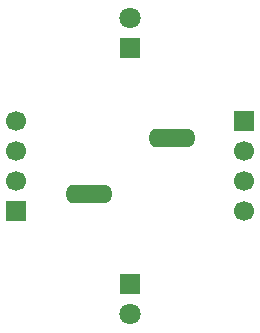
<source format=gbr>
%TF.GenerationSoftware,KiCad,Pcbnew,(5.1.10)-1*%
%TF.CreationDate,2021-07-06T18:58:15-04:00*%
%TF.ProjectId,button_mount,62757474-6f6e-45f6-9d6f-756e742e6b69,rev?*%
%TF.SameCoordinates,Original*%
%TF.FileFunction,Soldermask,Top*%
%TF.FilePolarity,Negative*%
%FSLAX46Y46*%
G04 Gerber Fmt 4.6, Leading zero omitted, Abs format (unit mm)*
G04 Created by KiCad (PCBNEW (5.1.10)-1) date 2021-07-06 18:58:15*
%MOMM*%
%LPD*%
G01*
G04 APERTURE LIST*
%ADD10C,1.700000*%
%ADD11R,1.700000X1.700000*%
%ADD12O,4.000000X1.600000*%
%ADD13R,1.800000X1.800000*%
%ADD14C,1.800000*%
G04 APERTURE END LIST*
D10*
%TO.C,J2*%
X127508000Y-92710000D03*
X127508000Y-90170000D03*
D11*
X127508000Y-85090000D03*
D10*
X127508000Y-87630000D03*
%TD*%
%TO.C,J1*%
X108204000Y-85090000D03*
X108204000Y-87630000D03*
D11*
X108204000Y-92710000D03*
D10*
X108204000Y-90170000D03*
%TD*%
D12*
%TO.C,SW1*%
X114356000Y-91281250D03*
X121356000Y-86518750D03*
%TD*%
D13*
%TO.C,D3*%
X117856000Y-98907600D03*
D14*
X117856000Y-101447600D03*
%TD*%
D13*
%TO.C,D2*%
X117856000Y-78892400D03*
D14*
X117856000Y-76352400D03*
%TD*%
M02*

</source>
